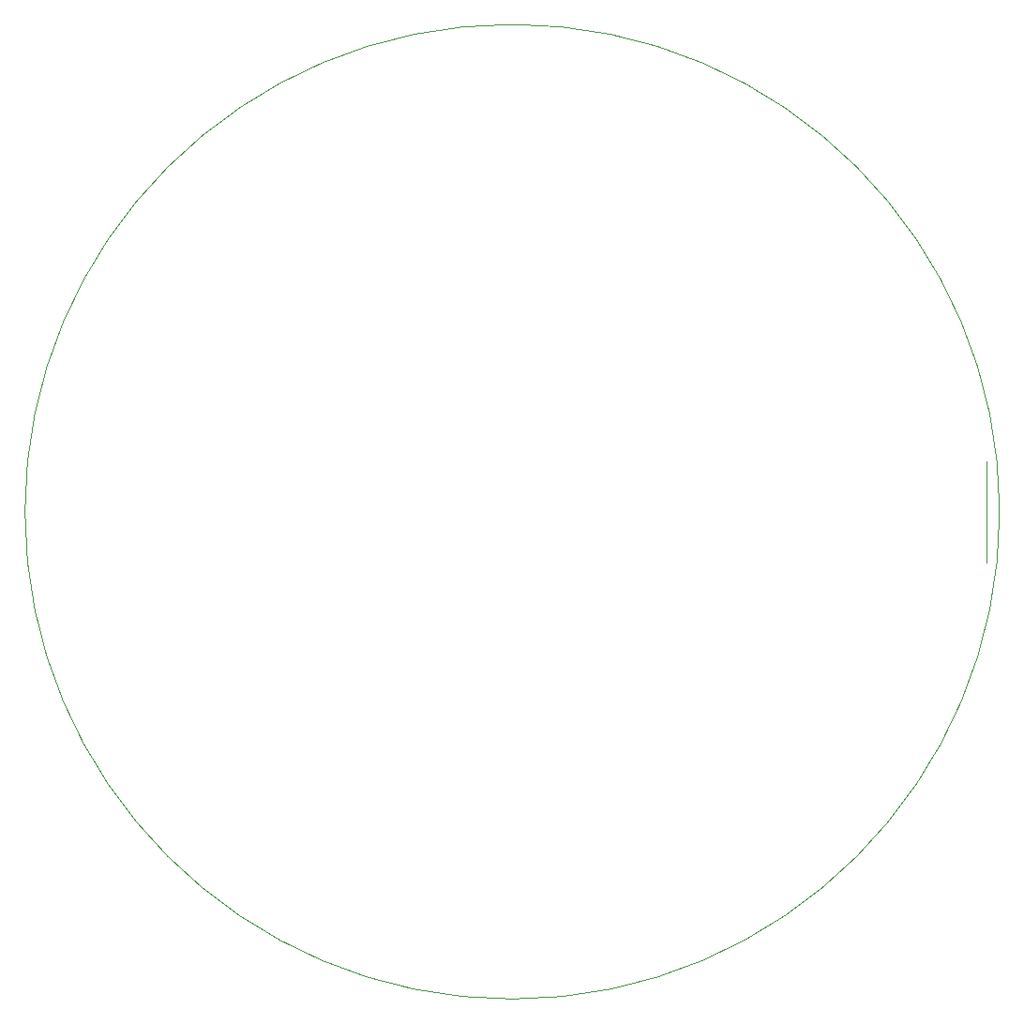
<source format=gm1>
G04*
G04 #@! TF.GenerationSoftware,Altium Limited,Altium Designer,21.7.2 (23)*
G04*
G04 Layer_Color=16711935*
%FSAX44Y44*%
%MOMM*%
G71*
G04*
G04 #@! TF.SameCoordinates,BC3DF66D-9A31-43CB-B5B9-6859CD03794F*
G04*
G04*
G04 #@! TF.FilePolarity,Positive*
G04*
G01*
G75*
%ADD133C,0.1000*%
D133*
X00880000Y00438000D02*
G03*
X00880000Y00438000I-00440000J00000000D01*
G01*
X00867999Y00391763D02*
Y00483413D01*
M02*

</source>
